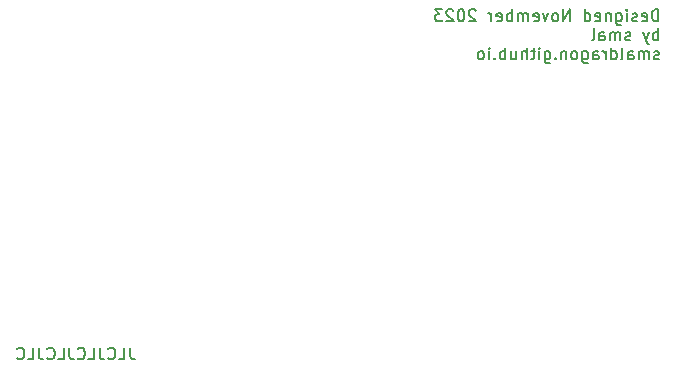
<source format=gbr>
%TF.GenerationSoftware,KiCad,Pcbnew,7.0.8*%
%TF.CreationDate,2023-11-13T09:49:43+00:00*%
%TF.ProjectId,rom-cart,726f6d2d-6361-4727-942e-6b696361645f,rev?*%
%TF.SameCoordinates,Original*%
%TF.FileFunction,Legend,Bot*%
%TF.FilePolarity,Positive*%
%FSLAX46Y46*%
G04 Gerber Fmt 4.6, Leading zero omitted, Abs format (unit mm)*
G04 Created by KiCad (PCBNEW 7.0.8) date 2023-11-13 09:49:43*
%MOMM*%
%LPD*%
G01*
G04 APERTURE LIST*
%ADD10C,0.150000*%
G04 APERTURE END LIST*
D10*
X51447506Y-86499819D02*
X51447506Y-87214104D01*
X51447506Y-87214104D02*
X51495125Y-87356961D01*
X51495125Y-87356961D02*
X51590363Y-87452200D01*
X51590363Y-87452200D02*
X51733220Y-87499819D01*
X51733220Y-87499819D02*
X51828458Y-87499819D01*
X50495125Y-87499819D02*
X50971315Y-87499819D01*
X50971315Y-87499819D02*
X50971315Y-86499819D01*
X49590363Y-87404580D02*
X49637982Y-87452200D01*
X49637982Y-87452200D02*
X49780839Y-87499819D01*
X49780839Y-87499819D02*
X49876077Y-87499819D01*
X49876077Y-87499819D02*
X50018934Y-87452200D01*
X50018934Y-87452200D02*
X50114172Y-87356961D01*
X50114172Y-87356961D02*
X50161791Y-87261723D01*
X50161791Y-87261723D02*
X50209410Y-87071247D01*
X50209410Y-87071247D02*
X50209410Y-86928390D01*
X50209410Y-86928390D02*
X50161791Y-86737914D01*
X50161791Y-86737914D02*
X50114172Y-86642676D01*
X50114172Y-86642676D02*
X50018934Y-86547438D01*
X50018934Y-86547438D02*
X49876077Y-86499819D01*
X49876077Y-86499819D02*
X49780839Y-86499819D01*
X49780839Y-86499819D02*
X49637982Y-86547438D01*
X49637982Y-86547438D02*
X49590363Y-86595057D01*
X48876077Y-86499819D02*
X48876077Y-87214104D01*
X48876077Y-87214104D02*
X48923696Y-87356961D01*
X48923696Y-87356961D02*
X49018934Y-87452200D01*
X49018934Y-87452200D02*
X49161791Y-87499819D01*
X49161791Y-87499819D02*
X49257029Y-87499819D01*
X47923696Y-87499819D02*
X48399886Y-87499819D01*
X48399886Y-87499819D02*
X48399886Y-86499819D01*
X47018934Y-87404580D02*
X47066553Y-87452200D01*
X47066553Y-87452200D02*
X47209410Y-87499819D01*
X47209410Y-87499819D02*
X47304648Y-87499819D01*
X47304648Y-87499819D02*
X47447505Y-87452200D01*
X47447505Y-87452200D02*
X47542743Y-87356961D01*
X47542743Y-87356961D02*
X47590362Y-87261723D01*
X47590362Y-87261723D02*
X47637981Y-87071247D01*
X47637981Y-87071247D02*
X47637981Y-86928390D01*
X47637981Y-86928390D02*
X47590362Y-86737914D01*
X47590362Y-86737914D02*
X47542743Y-86642676D01*
X47542743Y-86642676D02*
X47447505Y-86547438D01*
X47447505Y-86547438D02*
X47304648Y-86499819D01*
X47304648Y-86499819D02*
X47209410Y-86499819D01*
X47209410Y-86499819D02*
X47066553Y-86547438D01*
X47066553Y-86547438D02*
X47018934Y-86595057D01*
X46304648Y-86499819D02*
X46304648Y-87214104D01*
X46304648Y-87214104D02*
X46352267Y-87356961D01*
X46352267Y-87356961D02*
X46447505Y-87452200D01*
X46447505Y-87452200D02*
X46590362Y-87499819D01*
X46590362Y-87499819D02*
X46685600Y-87499819D01*
X45352267Y-87499819D02*
X45828457Y-87499819D01*
X45828457Y-87499819D02*
X45828457Y-86499819D01*
X44447505Y-87404580D02*
X44495124Y-87452200D01*
X44495124Y-87452200D02*
X44637981Y-87499819D01*
X44637981Y-87499819D02*
X44733219Y-87499819D01*
X44733219Y-87499819D02*
X44876076Y-87452200D01*
X44876076Y-87452200D02*
X44971314Y-87356961D01*
X44971314Y-87356961D02*
X45018933Y-87261723D01*
X45018933Y-87261723D02*
X45066552Y-87071247D01*
X45066552Y-87071247D02*
X45066552Y-86928390D01*
X45066552Y-86928390D02*
X45018933Y-86737914D01*
X45018933Y-86737914D02*
X44971314Y-86642676D01*
X44971314Y-86642676D02*
X44876076Y-86547438D01*
X44876076Y-86547438D02*
X44733219Y-86499819D01*
X44733219Y-86499819D02*
X44637981Y-86499819D01*
X44637981Y-86499819D02*
X44495124Y-86547438D01*
X44495124Y-86547438D02*
X44447505Y-86595057D01*
X43733219Y-86499819D02*
X43733219Y-87214104D01*
X43733219Y-87214104D02*
X43780838Y-87356961D01*
X43780838Y-87356961D02*
X43876076Y-87452200D01*
X43876076Y-87452200D02*
X44018933Y-87499819D01*
X44018933Y-87499819D02*
X44114171Y-87499819D01*
X42780838Y-87499819D02*
X43257028Y-87499819D01*
X43257028Y-87499819D02*
X43257028Y-86499819D01*
X41876076Y-87404580D02*
X41923695Y-87452200D01*
X41923695Y-87452200D02*
X42066552Y-87499819D01*
X42066552Y-87499819D02*
X42161790Y-87499819D01*
X42161790Y-87499819D02*
X42304647Y-87452200D01*
X42304647Y-87452200D02*
X42399885Y-87356961D01*
X42399885Y-87356961D02*
X42447504Y-87261723D01*
X42447504Y-87261723D02*
X42495123Y-87071247D01*
X42495123Y-87071247D02*
X42495123Y-86928390D01*
X42495123Y-86928390D02*
X42447504Y-86737914D01*
X42447504Y-86737914D02*
X42399885Y-86642676D01*
X42399885Y-86642676D02*
X42304647Y-86547438D01*
X42304647Y-86547438D02*
X42161790Y-86499819D01*
X42161790Y-86499819D02*
X42066552Y-86499819D01*
X42066552Y-86499819D02*
X41923695Y-86547438D01*
X41923695Y-86547438D02*
X41876076Y-86595057D01*
X96183220Y-58879819D02*
X96183220Y-57879819D01*
X96183220Y-57879819D02*
X95945125Y-57879819D01*
X95945125Y-57879819D02*
X95802268Y-57927438D01*
X95802268Y-57927438D02*
X95707030Y-58022676D01*
X95707030Y-58022676D02*
X95659411Y-58117914D01*
X95659411Y-58117914D02*
X95611792Y-58308390D01*
X95611792Y-58308390D02*
X95611792Y-58451247D01*
X95611792Y-58451247D02*
X95659411Y-58641723D01*
X95659411Y-58641723D02*
X95707030Y-58736961D01*
X95707030Y-58736961D02*
X95802268Y-58832200D01*
X95802268Y-58832200D02*
X95945125Y-58879819D01*
X95945125Y-58879819D02*
X96183220Y-58879819D01*
X94802268Y-58832200D02*
X94897506Y-58879819D01*
X94897506Y-58879819D02*
X95087982Y-58879819D01*
X95087982Y-58879819D02*
X95183220Y-58832200D01*
X95183220Y-58832200D02*
X95230839Y-58736961D01*
X95230839Y-58736961D02*
X95230839Y-58356009D01*
X95230839Y-58356009D02*
X95183220Y-58260771D01*
X95183220Y-58260771D02*
X95087982Y-58213152D01*
X95087982Y-58213152D02*
X94897506Y-58213152D01*
X94897506Y-58213152D02*
X94802268Y-58260771D01*
X94802268Y-58260771D02*
X94754649Y-58356009D01*
X94754649Y-58356009D02*
X94754649Y-58451247D01*
X94754649Y-58451247D02*
X95230839Y-58546485D01*
X94373696Y-58832200D02*
X94278458Y-58879819D01*
X94278458Y-58879819D02*
X94087982Y-58879819D01*
X94087982Y-58879819D02*
X93992744Y-58832200D01*
X93992744Y-58832200D02*
X93945125Y-58736961D01*
X93945125Y-58736961D02*
X93945125Y-58689342D01*
X93945125Y-58689342D02*
X93992744Y-58594104D01*
X93992744Y-58594104D02*
X94087982Y-58546485D01*
X94087982Y-58546485D02*
X94230839Y-58546485D01*
X94230839Y-58546485D02*
X94326077Y-58498866D01*
X94326077Y-58498866D02*
X94373696Y-58403628D01*
X94373696Y-58403628D02*
X94373696Y-58356009D01*
X94373696Y-58356009D02*
X94326077Y-58260771D01*
X94326077Y-58260771D02*
X94230839Y-58213152D01*
X94230839Y-58213152D02*
X94087982Y-58213152D01*
X94087982Y-58213152D02*
X93992744Y-58260771D01*
X93516553Y-58879819D02*
X93516553Y-58213152D01*
X93516553Y-57879819D02*
X93564172Y-57927438D01*
X93564172Y-57927438D02*
X93516553Y-57975057D01*
X93516553Y-57975057D02*
X93468934Y-57927438D01*
X93468934Y-57927438D02*
X93516553Y-57879819D01*
X93516553Y-57879819D02*
X93516553Y-57975057D01*
X92611792Y-58213152D02*
X92611792Y-59022676D01*
X92611792Y-59022676D02*
X92659411Y-59117914D01*
X92659411Y-59117914D02*
X92707030Y-59165533D01*
X92707030Y-59165533D02*
X92802268Y-59213152D01*
X92802268Y-59213152D02*
X92945125Y-59213152D01*
X92945125Y-59213152D02*
X93040363Y-59165533D01*
X92611792Y-58832200D02*
X92707030Y-58879819D01*
X92707030Y-58879819D02*
X92897506Y-58879819D01*
X92897506Y-58879819D02*
X92992744Y-58832200D01*
X92992744Y-58832200D02*
X93040363Y-58784580D01*
X93040363Y-58784580D02*
X93087982Y-58689342D01*
X93087982Y-58689342D02*
X93087982Y-58403628D01*
X93087982Y-58403628D02*
X93040363Y-58308390D01*
X93040363Y-58308390D02*
X92992744Y-58260771D01*
X92992744Y-58260771D02*
X92897506Y-58213152D01*
X92897506Y-58213152D02*
X92707030Y-58213152D01*
X92707030Y-58213152D02*
X92611792Y-58260771D01*
X92135601Y-58213152D02*
X92135601Y-58879819D01*
X92135601Y-58308390D02*
X92087982Y-58260771D01*
X92087982Y-58260771D02*
X91992744Y-58213152D01*
X91992744Y-58213152D02*
X91849887Y-58213152D01*
X91849887Y-58213152D02*
X91754649Y-58260771D01*
X91754649Y-58260771D02*
X91707030Y-58356009D01*
X91707030Y-58356009D02*
X91707030Y-58879819D01*
X90849887Y-58832200D02*
X90945125Y-58879819D01*
X90945125Y-58879819D02*
X91135601Y-58879819D01*
X91135601Y-58879819D02*
X91230839Y-58832200D01*
X91230839Y-58832200D02*
X91278458Y-58736961D01*
X91278458Y-58736961D02*
X91278458Y-58356009D01*
X91278458Y-58356009D02*
X91230839Y-58260771D01*
X91230839Y-58260771D02*
X91135601Y-58213152D01*
X91135601Y-58213152D02*
X90945125Y-58213152D01*
X90945125Y-58213152D02*
X90849887Y-58260771D01*
X90849887Y-58260771D02*
X90802268Y-58356009D01*
X90802268Y-58356009D02*
X90802268Y-58451247D01*
X90802268Y-58451247D02*
X91278458Y-58546485D01*
X89945125Y-58879819D02*
X89945125Y-57879819D01*
X89945125Y-58832200D02*
X90040363Y-58879819D01*
X90040363Y-58879819D02*
X90230839Y-58879819D01*
X90230839Y-58879819D02*
X90326077Y-58832200D01*
X90326077Y-58832200D02*
X90373696Y-58784580D01*
X90373696Y-58784580D02*
X90421315Y-58689342D01*
X90421315Y-58689342D02*
X90421315Y-58403628D01*
X90421315Y-58403628D02*
X90373696Y-58308390D01*
X90373696Y-58308390D02*
X90326077Y-58260771D01*
X90326077Y-58260771D02*
X90230839Y-58213152D01*
X90230839Y-58213152D02*
X90040363Y-58213152D01*
X90040363Y-58213152D02*
X89945125Y-58260771D01*
X88707029Y-58879819D02*
X88707029Y-57879819D01*
X88707029Y-57879819D02*
X88135601Y-58879819D01*
X88135601Y-58879819D02*
X88135601Y-57879819D01*
X87516553Y-58879819D02*
X87611791Y-58832200D01*
X87611791Y-58832200D02*
X87659410Y-58784580D01*
X87659410Y-58784580D02*
X87707029Y-58689342D01*
X87707029Y-58689342D02*
X87707029Y-58403628D01*
X87707029Y-58403628D02*
X87659410Y-58308390D01*
X87659410Y-58308390D02*
X87611791Y-58260771D01*
X87611791Y-58260771D02*
X87516553Y-58213152D01*
X87516553Y-58213152D02*
X87373696Y-58213152D01*
X87373696Y-58213152D02*
X87278458Y-58260771D01*
X87278458Y-58260771D02*
X87230839Y-58308390D01*
X87230839Y-58308390D02*
X87183220Y-58403628D01*
X87183220Y-58403628D02*
X87183220Y-58689342D01*
X87183220Y-58689342D02*
X87230839Y-58784580D01*
X87230839Y-58784580D02*
X87278458Y-58832200D01*
X87278458Y-58832200D02*
X87373696Y-58879819D01*
X87373696Y-58879819D02*
X87516553Y-58879819D01*
X86849886Y-58213152D02*
X86611791Y-58879819D01*
X86611791Y-58879819D02*
X86373696Y-58213152D01*
X85611791Y-58832200D02*
X85707029Y-58879819D01*
X85707029Y-58879819D02*
X85897505Y-58879819D01*
X85897505Y-58879819D02*
X85992743Y-58832200D01*
X85992743Y-58832200D02*
X86040362Y-58736961D01*
X86040362Y-58736961D02*
X86040362Y-58356009D01*
X86040362Y-58356009D02*
X85992743Y-58260771D01*
X85992743Y-58260771D02*
X85897505Y-58213152D01*
X85897505Y-58213152D02*
X85707029Y-58213152D01*
X85707029Y-58213152D02*
X85611791Y-58260771D01*
X85611791Y-58260771D02*
X85564172Y-58356009D01*
X85564172Y-58356009D02*
X85564172Y-58451247D01*
X85564172Y-58451247D02*
X86040362Y-58546485D01*
X85135600Y-58879819D02*
X85135600Y-58213152D01*
X85135600Y-58308390D02*
X85087981Y-58260771D01*
X85087981Y-58260771D02*
X84992743Y-58213152D01*
X84992743Y-58213152D02*
X84849886Y-58213152D01*
X84849886Y-58213152D02*
X84754648Y-58260771D01*
X84754648Y-58260771D02*
X84707029Y-58356009D01*
X84707029Y-58356009D02*
X84707029Y-58879819D01*
X84707029Y-58356009D02*
X84659410Y-58260771D01*
X84659410Y-58260771D02*
X84564172Y-58213152D01*
X84564172Y-58213152D02*
X84421315Y-58213152D01*
X84421315Y-58213152D02*
X84326076Y-58260771D01*
X84326076Y-58260771D02*
X84278457Y-58356009D01*
X84278457Y-58356009D02*
X84278457Y-58879819D01*
X83802267Y-58879819D02*
X83802267Y-57879819D01*
X83802267Y-58260771D02*
X83707029Y-58213152D01*
X83707029Y-58213152D02*
X83516553Y-58213152D01*
X83516553Y-58213152D02*
X83421315Y-58260771D01*
X83421315Y-58260771D02*
X83373696Y-58308390D01*
X83373696Y-58308390D02*
X83326077Y-58403628D01*
X83326077Y-58403628D02*
X83326077Y-58689342D01*
X83326077Y-58689342D02*
X83373696Y-58784580D01*
X83373696Y-58784580D02*
X83421315Y-58832200D01*
X83421315Y-58832200D02*
X83516553Y-58879819D01*
X83516553Y-58879819D02*
X83707029Y-58879819D01*
X83707029Y-58879819D02*
X83802267Y-58832200D01*
X82516553Y-58832200D02*
X82611791Y-58879819D01*
X82611791Y-58879819D02*
X82802267Y-58879819D01*
X82802267Y-58879819D02*
X82897505Y-58832200D01*
X82897505Y-58832200D02*
X82945124Y-58736961D01*
X82945124Y-58736961D02*
X82945124Y-58356009D01*
X82945124Y-58356009D02*
X82897505Y-58260771D01*
X82897505Y-58260771D02*
X82802267Y-58213152D01*
X82802267Y-58213152D02*
X82611791Y-58213152D01*
X82611791Y-58213152D02*
X82516553Y-58260771D01*
X82516553Y-58260771D02*
X82468934Y-58356009D01*
X82468934Y-58356009D02*
X82468934Y-58451247D01*
X82468934Y-58451247D02*
X82945124Y-58546485D01*
X82040362Y-58879819D02*
X82040362Y-58213152D01*
X82040362Y-58403628D02*
X81992743Y-58308390D01*
X81992743Y-58308390D02*
X81945124Y-58260771D01*
X81945124Y-58260771D02*
X81849886Y-58213152D01*
X81849886Y-58213152D02*
X81754648Y-58213152D01*
X80707028Y-57975057D02*
X80659409Y-57927438D01*
X80659409Y-57927438D02*
X80564171Y-57879819D01*
X80564171Y-57879819D02*
X80326076Y-57879819D01*
X80326076Y-57879819D02*
X80230838Y-57927438D01*
X80230838Y-57927438D02*
X80183219Y-57975057D01*
X80183219Y-57975057D02*
X80135600Y-58070295D01*
X80135600Y-58070295D02*
X80135600Y-58165533D01*
X80135600Y-58165533D02*
X80183219Y-58308390D01*
X80183219Y-58308390D02*
X80754647Y-58879819D01*
X80754647Y-58879819D02*
X80135600Y-58879819D01*
X79516552Y-57879819D02*
X79421314Y-57879819D01*
X79421314Y-57879819D02*
X79326076Y-57927438D01*
X79326076Y-57927438D02*
X79278457Y-57975057D01*
X79278457Y-57975057D02*
X79230838Y-58070295D01*
X79230838Y-58070295D02*
X79183219Y-58260771D01*
X79183219Y-58260771D02*
X79183219Y-58498866D01*
X79183219Y-58498866D02*
X79230838Y-58689342D01*
X79230838Y-58689342D02*
X79278457Y-58784580D01*
X79278457Y-58784580D02*
X79326076Y-58832200D01*
X79326076Y-58832200D02*
X79421314Y-58879819D01*
X79421314Y-58879819D02*
X79516552Y-58879819D01*
X79516552Y-58879819D02*
X79611790Y-58832200D01*
X79611790Y-58832200D02*
X79659409Y-58784580D01*
X79659409Y-58784580D02*
X79707028Y-58689342D01*
X79707028Y-58689342D02*
X79754647Y-58498866D01*
X79754647Y-58498866D02*
X79754647Y-58260771D01*
X79754647Y-58260771D02*
X79707028Y-58070295D01*
X79707028Y-58070295D02*
X79659409Y-57975057D01*
X79659409Y-57975057D02*
X79611790Y-57927438D01*
X79611790Y-57927438D02*
X79516552Y-57879819D01*
X78802266Y-57975057D02*
X78754647Y-57927438D01*
X78754647Y-57927438D02*
X78659409Y-57879819D01*
X78659409Y-57879819D02*
X78421314Y-57879819D01*
X78421314Y-57879819D02*
X78326076Y-57927438D01*
X78326076Y-57927438D02*
X78278457Y-57975057D01*
X78278457Y-57975057D02*
X78230838Y-58070295D01*
X78230838Y-58070295D02*
X78230838Y-58165533D01*
X78230838Y-58165533D02*
X78278457Y-58308390D01*
X78278457Y-58308390D02*
X78849885Y-58879819D01*
X78849885Y-58879819D02*
X78230838Y-58879819D01*
X77897504Y-57879819D02*
X77278457Y-57879819D01*
X77278457Y-57879819D02*
X77611790Y-58260771D01*
X77611790Y-58260771D02*
X77468933Y-58260771D01*
X77468933Y-58260771D02*
X77373695Y-58308390D01*
X77373695Y-58308390D02*
X77326076Y-58356009D01*
X77326076Y-58356009D02*
X77278457Y-58451247D01*
X77278457Y-58451247D02*
X77278457Y-58689342D01*
X77278457Y-58689342D02*
X77326076Y-58784580D01*
X77326076Y-58784580D02*
X77373695Y-58832200D01*
X77373695Y-58832200D02*
X77468933Y-58879819D01*
X77468933Y-58879819D02*
X77754647Y-58879819D01*
X77754647Y-58879819D02*
X77849885Y-58832200D01*
X77849885Y-58832200D02*
X77897504Y-58784580D01*
X96183220Y-60489819D02*
X96183220Y-59489819D01*
X96183220Y-59870771D02*
X96087982Y-59823152D01*
X96087982Y-59823152D02*
X95897506Y-59823152D01*
X95897506Y-59823152D02*
X95802268Y-59870771D01*
X95802268Y-59870771D02*
X95754649Y-59918390D01*
X95754649Y-59918390D02*
X95707030Y-60013628D01*
X95707030Y-60013628D02*
X95707030Y-60299342D01*
X95707030Y-60299342D02*
X95754649Y-60394580D01*
X95754649Y-60394580D02*
X95802268Y-60442200D01*
X95802268Y-60442200D02*
X95897506Y-60489819D01*
X95897506Y-60489819D02*
X96087982Y-60489819D01*
X96087982Y-60489819D02*
X96183220Y-60442200D01*
X95373696Y-59823152D02*
X95135601Y-60489819D01*
X94897506Y-59823152D02*
X95135601Y-60489819D01*
X95135601Y-60489819D02*
X95230839Y-60727914D01*
X95230839Y-60727914D02*
X95278458Y-60775533D01*
X95278458Y-60775533D02*
X95373696Y-60823152D01*
X93802267Y-60442200D02*
X93707029Y-60489819D01*
X93707029Y-60489819D02*
X93516553Y-60489819D01*
X93516553Y-60489819D02*
X93421315Y-60442200D01*
X93421315Y-60442200D02*
X93373696Y-60346961D01*
X93373696Y-60346961D02*
X93373696Y-60299342D01*
X93373696Y-60299342D02*
X93421315Y-60204104D01*
X93421315Y-60204104D02*
X93516553Y-60156485D01*
X93516553Y-60156485D02*
X93659410Y-60156485D01*
X93659410Y-60156485D02*
X93754648Y-60108866D01*
X93754648Y-60108866D02*
X93802267Y-60013628D01*
X93802267Y-60013628D02*
X93802267Y-59966009D01*
X93802267Y-59966009D02*
X93754648Y-59870771D01*
X93754648Y-59870771D02*
X93659410Y-59823152D01*
X93659410Y-59823152D02*
X93516553Y-59823152D01*
X93516553Y-59823152D02*
X93421315Y-59870771D01*
X92945124Y-60489819D02*
X92945124Y-59823152D01*
X92945124Y-59918390D02*
X92897505Y-59870771D01*
X92897505Y-59870771D02*
X92802267Y-59823152D01*
X92802267Y-59823152D02*
X92659410Y-59823152D01*
X92659410Y-59823152D02*
X92564172Y-59870771D01*
X92564172Y-59870771D02*
X92516553Y-59966009D01*
X92516553Y-59966009D02*
X92516553Y-60489819D01*
X92516553Y-59966009D02*
X92468934Y-59870771D01*
X92468934Y-59870771D02*
X92373696Y-59823152D01*
X92373696Y-59823152D02*
X92230839Y-59823152D01*
X92230839Y-59823152D02*
X92135600Y-59870771D01*
X92135600Y-59870771D02*
X92087981Y-59966009D01*
X92087981Y-59966009D02*
X92087981Y-60489819D01*
X91183220Y-60489819D02*
X91183220Y-59966009D01*
X91183220Y-59966009D02*
X91230839Y-59870771D01*
X91230839Y-59870771D02*
X91326077Y-59823152D01*
X91326077Y-59823152D02*
X91516553Y-59823152D01*
X91516553Y-59823152D02*
X91611791Y-59870771D01*
X91183220Y-60442200D02*
X91278458Y-60489819D01*
X91278458Y-60489819D02*
X91516553Y-60489819D01*
X91516553Y-60489819D02*
X91611791Y-60442200D01*
X91611791Y-60442200D02*
X91659410Y-60346961D01*
X91659410Y-60346961D02*
X91659410Y-60251723D01*
X91659410Y-60251723D02*
X91611791Y-60156485D01*
X91611791Y-60156485D02*
X91516553Y-60108866D01*
X91516553Y-60108866D02*
X91278458Y-60108866D01*
X91278458Y-60108866D02*
X91183220Y-60061247D01*
X90564172Y-60489819D02*
X90659410Y-60442200D01*
X90659410Y-60442200D02*
X90707029Y-60346961D01*
X90707029Y-60346961D02*
X90707029Y-59489819D01*
X96230839Y-62052200D02*
X96135601Y-62099819D01*
X96135601Y-62099819D02*
X95945125Y-62099819D01*
X95945125Y-62099819D02*
X95849887Y-62052200D01*
X95849887Y-62052200D02*
X95802268Y-61956961D01*
X95802268Y-61956961D02*
X95802268Y-61909342D01*
X95802268Y-61909342D02*
X95849887Y-61814104D01*
X95849887Y-61814104D02*
X95945125Y-61766485D01*
X95945125Y-61766485D02*
X96087982Y-61766485D01*
X96087982Y-61766485D02*
X96183220Y-61718866D01*
X96183220Y-61718866D02*
X96230839Y-61623628D01*
X96230839Y-61623628D02*
X96230839Y-61576009D01*
X96230839Y-61576009D02*
X96183220Y-61480771D01*
X96183220Y-61480771D02*
X96087982Y-61433152D01*
X96087982Y-61433152D02*
X95945125Y-61433152D01*
X95945125Y-61433152D02*
X95849887Y-61480771D01*
X95373696Y-62099819D02*
X95373696Y-61433152D01*
X95373696Y-61528390D02*
X95326077Y-61480771D01*
X95326077Y-61480771D02*
X95230839Y-61433152D01*
X95230839Y-61433152D02*
X95087982Y-61433152D01*
X95087982Y-61433152D02*
X94992744Y-61480771D01*
X94992744Y-61480771D02*
X94945125Y-61576009D01*
X94945125Y-61576009D02*
X94945125Y-62099819D01*
X94945125Y-61576009D02*
X94897506Y-61480771D01*
X94897506Y-61480771D02*
X94802268Y-61433152D01*
X94802268Y-61433152D02*
X94659411Y-61433152D01*
X94659411Y-61433152D02*
X94564172Y-61480771D01*
X94564172Y-61480771D02*
X94516553Y-61576009D01*
X94516553Y-61576009D02*
X94516553Y-62099819D01*
X93611792Y-62099819D02*
X93611792Y-61576009D01*
X93611792Y-61576009D02*
X93659411Y-61480771D01*
X93659411Y-61480771D02*
X93754649Y-61433152D01*
X93754649Y-61433152D02*
X93945125Y-61433152D01*
X93945125Y-61433152D02*
X94040363Y-61480771D01*
X93611792Y-62052200D02*
X93707030Y-62099819D01*
X93707030Y-62099819D02*
X93945125Y-62099819D01*
X93945125Y-62099819D02*
X94040363Y-62052200D01*
X94040363Y-62052200D02*
X94087982Y-61956961D01*
X94087982Y-61956961D02*
X94087982Y-61861723D01*
X94087982Y-61861723D02*
X94040363Y-61766485D01*
X94040363Y-61766485D02*
X93945125Y-61718866D01*
X93945125Y-61718866D02*
X93707030Y-61718866D01*
X93707030Y-61718866D02*
X93611792Y-61671247D01*
X92992744Y-62099819D02*
X93087982Y-62052200D01*
X93087982Y-62052200D02*
X93135601Y-61956961D01*
X93135601Y-61956961D02*
X93135601Y-61099819D01*
X92183220Y-62099819D02*
X92183220Y-61099819D01*
X92183220Y-62052200D02*
X92278458Y-62099819D01*
X92278458Y-62099819D02*
X92468934Y-62099819D01*
X92468934Y-62099819D02*
X92564172Y-62052200D01*
X92564172Y-62052200D02*
X92611791Y-62004580D01*
X92611791Y-62004580D02*
X92659410Y-61909342D01*
X92659410Y-61909342D02*
X92659410Y-61623628D01*
X92659410Y-61623628D02*
X92611791Y-61528390D01*
X92611791Y-61528390D02*
X92564172Y-61480771D01*
X92564172Y-61480771D02*
X92468934Y-61433152D01*
X92468934Y-61433152D02*
X92278458Y-61433152D01*
X92278458Y-61433152D02*
X92183220Y-61480771D01*
X91707029Y-62099819D02*
X91707029Y-61433152D01*
X91707029Y-61623628D02*
X91659410Y-61528390D01*
X91659410Y-61528390D02*
X91611791Y-61480771D01*
X91611791Y-61480771D02*
X91516553Y-61433152D01*
X91516553Y-61433152D02*
X91421315Y-61433152D01*
X90659410Y-62099819D02*
X90659410Y-61576009D01*
X90659410Y-61576009D02*
X90707029Y-61480771D01*
X90707029Y-61480771D02*
X90802267Y-61433152D01*
X90802267Y-61433152D02*
X90992743Y-61433152D01*
X90992743Y-61433152D02*
X91087981Y-61480771D01*
X90659410Y-62052200D02*
X90754648Y-62099819D01*
X90754648Y-62099819D02*
X90992743Y-62099819D01*
X90992743Y-62099819D02*
X91087981Y-62052200D01*
X91087981Y-62052200D02*
X91135600Y-61956961D01*
X91135600Y-61956961D02*
X91135600Y-61861723D01*
X91135600Y-61861723D02*
X91087981Y-61766485D01*
X91087981Y-61766485D02*
X90992743Y-61718866D01*
X90992743Y-61718866D02*
X90754648Y-61718866D01*
X90754648Y-61718866D02*
X90659410Y-61671247D01*
X89754648Y-61433152D02*
X89754648Y-62242676D01*
X89754648Y-62242676D02*
X89802267Y-62337914D01*
X89802267Y-62337914D02*
X89849886Y-62385533D01*
X89849886Y-62385533D02*
X89945124Y-62433152D01*
X89945124Y-62433152D02*
X90087981Y-62433152D01*
X90087981Y-62433152D02*
X90183219Y-62385533D01*
X89754648Y-62052200D02*
X89849886Y-62099819D01*
X89849886Y-62099819D02*
X90040362Y-62099819D01*
X90040362Y-62099819D02*
X90135600Y-62052200D01*
X90135600Y-62052200D02*
X90183219Y-62004580D01*
X90183219Y-62004580D02*
X90230838Y-61909342D01*
X90230838Y-61909342D02*
X90230838Y-61623628D01*
X90230838Y-61623628D02*
X90183219Y-61528390D01*
X90183219Y-61528390D02*
X90135600Y-61480771D01*
X90135600Y-61480771D02*
X90040362Y-61433152D01*
X90040362Y-61433152D02*
X89849886Y-61433152D01*
X89849886Y-61433152D02*
X89754648Y-61480771D01*
X89135600Y-62099819D02*
X89230838Y-62052200D01*
X89230838Y-62052200D02*
X89278457Y-62004580D01*
X89278457Y-62004580D02*
X89326076Y-61909342D01*
X89326076Y-61909342D02*
X89326076Y-61623628D01*
X89326076Y-61623628D02*
X89278457Y-61528390D01*
X89278457Y-61528390D02*
X89230838Y-61480771D01*
X89230838Y-61480771D02*
X89135600Y-61433152D01*
X89135600Y-61433152D02*
X88992743Y-61433152D01*
X88992743Y-61433152D02*
X88897505Y-61480771D01*
X88897505Y-61480771D02*
X88849886Y-61528390D01*
X88849886Y-61528390D02*
X88802267Y-61623628D01*
X88802267Y-61623628D02*
X88802267Y-61909342D01*
X88802267Y-61909342D02*
X88849886Y-62004580D01*
X88849886Y-62004580D02*
X88897505Y-62052200D01*
X88897505Y-62052200D02*
X88992743Y-62099819D01*
X88992743Y-62099819D02*
X89135600Y-62099819D01*
X88373695Y-61433152D02*
X88373695Y-62099819D01*
X88373695Y-61528390D02*
X88326076Y-61480771D01*
X88326076Y-61480771D02*
X88230838Y-61433152D01*
X88230838Y-61433152D02*
X88087981Y-61433152D01*
X88087981Y-61433152D02*
X87992743Y-61480771D01*
X87992743Y-61480771D02*
X87945124Y-61576009D01*
X87945124Y-61576009D02*
X87945124Y-62099819D01*
X87468933Y-62004580D02*
X87421314Y-62052200D01*
X87421314Y-62052200D02*
X87468933Y-62099819D01*
X87468933Y-62099819D02*
X87516552Y-62052200D01*
X87516552Y-62052200D02*
X87468933Y-62004580D01*
X87468933Y-62004580D02*
X87468933Y-62099819D01*
X86564172Y-61433152D02*
X86564172Y-62242676D01*
X86564172Y-62242676D02*
X86611791Y-62337914D01*
X86611791Y-62337914D02*
X86659410Y-62385533D01*
X86659410Y-62385533D02*
X86754648Y-62433152D01*
X86754648Y-62433152D02*
X86897505Y-62433152D01*
X86897505Y-62433152D02*
X86992743Y-62385533D01*
X86564172Y-62052200D02*
X86659410Y-62099819D01*
X86659410Y-62099819D02*
X86849886Y-62099819D01*
X86849886Y-62099819D02*
X86945124Y-62052200D01*
X86945124Y-62052200D02*
X86992743Y-62004580D01*
X86992743Y-62004580D02*
X87040362Y-61909342D01*
X87040362Y-61909342D02*
X87040362Y-61623628D01*
X87040362Y-61623628D02*
X86992743Y-61528390D01*
X86992743Y-61528390D02*
X86945124Y-61480771D01*
X86945124Y-61480771D02*
X86849886Y-61433152D01*
X86849886Y-61433152D02*
X86659410Y-61433152D01*
X86659410Y-61433152D02*
X86564172Y-61480771D01*
X86087981Y-62099819D02*
X86087981Y-61433152D01*
X86087981Y-61099819D02*
X86135600Y-61147438D01*
X86135600Y-61147438D02*
X86087981Y-61195057D01*
X86087981Y-61195057D02*
X86040362Y-61147438D01*
X86040362Y-61147438D02*
X86087981Y-61099819D01*
X86087981Y-61099819D02*
X86087981Y-61195057D01*
X85754648Y-61433152D02*
X85373696Y-61433152D01*
X85611791Y-61099819D02*
X85611791Y-61956961D01*
X85611791Y-61956961D02*
X85564172Y-62052200D01*
X85564172Y-62052200D02*
X85468934Y-62099819D01*
X85468934Y-62099819D02*
X85373696Y-62099819D01*
X85040362Y-62099819D02*
X85040362Y-61099819D01*
X84611791Y-62099819D02*
X84611791Y-61576009D01*
X84611791Y-61576009D02*
X84659410Y-61480771D01*
X84659410Y-61480771D02*
X84754648Y-61433152D01*
X84754648Y-61433152D02*
X84897505Y-61433152D01*
X84897505Y-61433152D02*
X84992743Y-61480771D01*
X84992743Y-61480771D02*
X85040362Y-61528390D01*
X83707029Y-61433152D02*
X83707029Y-62099819D01*
X84135600Y-61433152D02*
X84135600Y-61956961D01*
X84135600Y-61956961D02*
X84087981Y-62052200D01*
X84087981Y-62052200D02*
X83992743Y-62099819D01*
X83992743Y-62099819D02*
X83849886Y-62099819D01*
X83849886Y-62099819D02*
X83754648Y-62052200D01*
X83754648Y-62052200D02*
X83707029Y-62004580D01*
X83230838Y-62099819D02*
X83230838Y-61099819D01*
X83230838Y-61480771D02*
X83135600Y-61433152D01*
X83135600Y-61433152D02*
X82945124Y-61433152D01*
X82945124Y-61433152D02*
X82849886Y-61480771D01*
X82849886Y-61480771D02*
X82802267Y-61528390D01*
X82802267Y-61528390D02*
X82754648Y-61623628D01*
X82754648Y-61623628D02*
X82754648Y-61909342D01*
X82754648Y-61909342D02*
X82802267Y-62004580D01*
X82802267Y-62004580D02*
X82849886Y-62052200D01*
X82849886Y-62052200D02*
X82945124Y-62099819D01*
X82945124Y-62099819D02*
X83135600Y-62099819D01*
X83135600Y-62099819D02*
X83230838Y-62052200D01*
X82326076Y-62004580D02*
X82278457Y-62052200D01*
X82278457Y-62052200D02*
X82326076Y-62099819D01*
X82326076Y-62099819D02*
X82373695Y-62052200D01*
X82373695Y-62052200D02*
X82326076Y-62004580D01*
X82326076Y-62004580D02*
X82326076Y-62099819D01*
X81849886Y-62099819D02*
X81849886Y-61433152D01*
X81849886Y-61099819D02*
X81897505Y-61147438D01*
X81897505Y-61147438D02*
X81849886Y-61195057D01*
X81849886Y-61195057D02*
X81802267Y-61147438D01*
X81802267Y-61147438D02*
X81849886Y-61099819D01*
X81849886Y-61099819D02*
X81849886Y-61195057D01*
X81230839Y-62099819D02*
X81326077Y-62052200D01*
X81326077Y-62052200D02*
X81373696Y-62004580D01*
X81373696Y-62004580D02*
X81421315Y-61909342D01*
X81421315Y-61909342D02*
X81421315Y-61623628D01*
X81421315Y-61623628D02*
X81373696Y-61528390D01*
X81373696Y-61528390D02*
X81326077Y-61480771D01*
X81326077Y-61480771D02*
X81230839Y-61433152D01*
X81230839Y-61433152D02*
X81087982Y-61433152D01*
X81087982Y-61433152D02*
X80992744Y-61480771D01*
X80992744Y-61480771D02*
X80945125Y-61528390D01*
X80945125Y-61528390D02*
X80897506Y-61623628D01*
X80897506Y-61623628D02*
X80897506Y-61909342D01*
X80897506Y-61909342D02*
X80945125Y-62004580D01*
X80945125Y-62004580D02*
X80992744Y-62052200D01*
X80992744Y-62052200D02*
X81087982Y-62099819D01*
X81087982Y-62099819D02*
X81230839Y-62099819D01*
M02*

</source>
